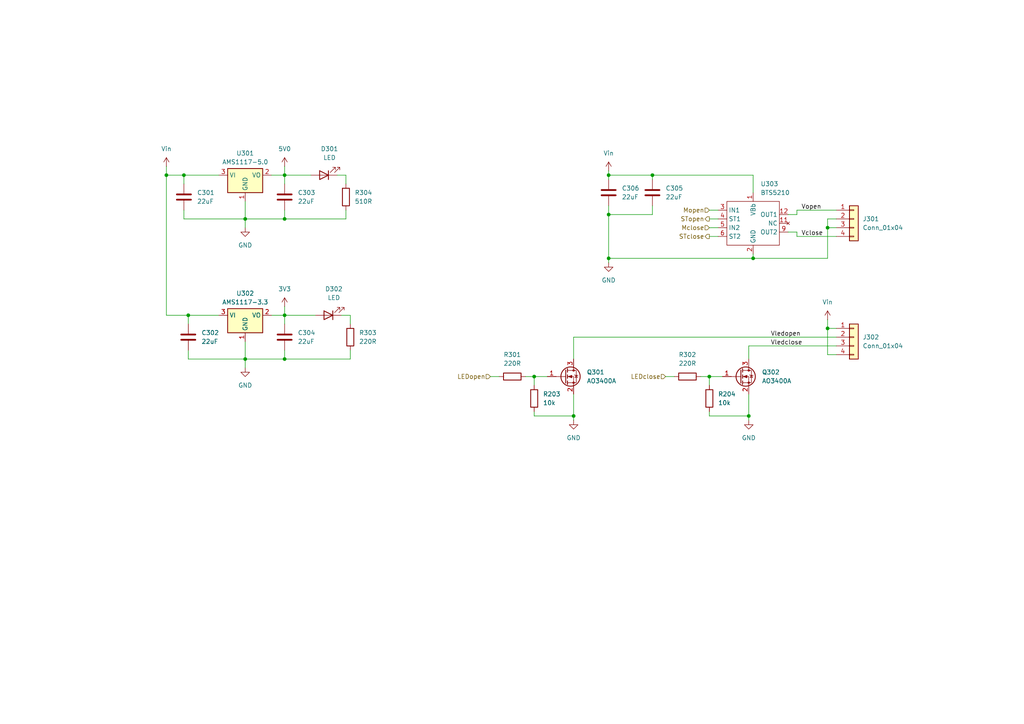
<source format=kicad_sch>
(kicad_sch (version 20250114) (generator "eeschema") (generator_version "9.0")
  (paper "A4")
  (lib_symbols
    (symbol "Connector_Generic:Conn_01x04" (pin_names (offset 1.016) (hide yes))
      (property "Reference" "J" (at 0 5.08 0))
      (property "Value" "Conn_01x04" (at 0 -7.62 0))
      (symbol "Conn_01x04_1_1"
        (rectangle (start -1.27 3.81) (end 1.27 -6.35) (stroke (width 0.254)) (fill (type background)))
        (rectangle (start -1.27 2.667) (end 0 2.413) (stroke (width 0.1524)))
        (rectangle (start -1.27 0.127) (end 0 -0.127) (stroke (width 0.1524)))
        (rectangle (start -1.27 -2.413) (end 0 -2.667) (stroke (width 0.1524)))
        (rectangle (start -1.27 -4.953) (end 0 -5.207) (stroke (width 0.1524)))
        (pin passive line (at -5.08 2.54 0) (length 3.81) (name "Pin_1") (number "1"))
        (pin passive line (at -5.08 0 0) (length 3.81) (name "Pin_2") (number "2"))
        (pin passive line (at -5.08 -2.54 0) (length 3.81) (name "Pin_3") (number "3"))
        (pin passive line (at -5.08 -5.08 0) (length 3.81) (name "Pin_4") (number "4"))
      )
    )
    (symbol "Device:C" (pin_numbers (hide yes)) (pin_names (offset 0.254))
      (property "Reference" "C" (at 0.635 2.54 0))
      (property "Value" "C" (at 0.635 -2.54 0))
      (symbol "C_0_1"
        (polyline (pts (xy -2.032 0.762) (xy 2.032 0.762)) (stroke (width 0.508)))
        (polyline (pts (xy -2.032 -0.762) (xy 2.032 -0.762)) (stroke (width 0.508)))
      )
      (symbol "C_1_1"
        (pin passive line (at 0 3.81 270) (length 2.794) (name "~") (number "1"))
        (pin passive line (at 0 -3.81 90) (length 2.794) (name "~") (number "2"))
      )
    )
    (symbol "Device:LED" (pin_numbers (hide yes)) (pin_names (offset 1.016) (hide yes))
      (property "Reference" "D" (at 0 2.54 0))
      (property "Value" "LED" (at 0 -2.54 0))
      (symbol "LED_0_1"
        (polyline (pts (xy -3.048 -0.762) (xy -4.572 -2.286) (xy -3.81 -2.286) (xy -4.572 -2.286) (xy -4.572 -1.524)))
        (polyline (pts (xy -1.778 -0.762) (xy -3.302 -2.286) (xy -2.54 -2.286) (xy -3.302 -2.286) (xy -3.302 -1.524)))
        (polyline (pts (xy -1.27 0) (xy 1.27 0)))
        (polyline (pts (xy -1.27 -1.27) (xy -1.27 1.27)) (stroke (width 0.254)))
        (polyline (pts (xy 1.27 -1.27) (xy 1.27 1.27) (xy -1.27 0) (xy 1.27 -1.27)) (stroke (width 0.254)))
      )
      (symbol "LED_1_1"
        (pin passive line (at -3.81 0 0) (length 2.54) (name "K") (number "1"))
        (pin passive line (at 3.81 0 180) (length 2.54) (name "A") (number "2"))
      )
    )
    (symbol "Device:R" (pin_numbers (hide yes)) (pin_names (offset 0))
      (property "Reference" "R" (at 2.032 0 90))
      (property "Value" "R" (at 0 0 90))
      (symbol "R_0_1"
        (rectangle (start -1.016 -2.54) (end 1.016 2.54) (stroke (width 0.254)))
      )
      (symbol "R_1_1"
        (pin passive line (at 0 3.81 270) (length 1.27) (name "~") (number "1"))
        (pin passive line (at 0 -3.81 90) (length 1.27) (name "~") (number "2"))
      )
    )
    (symbol "Project:BTS5210"
      (property "Reference" "U" (at 1.27 7.62 0))
      (property "Value" "BTS5210" (at 0 0 0))
      (symbol "BTS5210_0_1"
        (rectangle (start -7.62 6.35) (end 7.62 -6.35))
      )
      (symbol "BTS5210_1_1"
        (pin input line (at -10.16 3.81 0) (length 2.54) (name "IN1") (number "3"))
        (pin output line (at -10.16 1.27 0) (length 2.54) (name "ST1") (number "4"))
        (pin input line (at -10.16 -1.27 0) (length 2.54) (name "IN2") (number "5"))
        (pin output line (at -10.16 -3.81 0) (length 2.54) (name "ST2") (number "6"))
        (pin power_in line (at 0 8.89 270) (length 2.54) (name "VBb") (number "1"))
        (pin power_in line (at 0 8.89 270) (length 2.54) (hide yes) (name "VBb") (number "14"))
        (pin power_in line (at 0 8.89 270) (length 2.54) (hide yes) (name "VBb") (number "7"))
        (pin power_in line (at 0 8.89 270) (length 2.54) (hide yes) (name "VBb") (number "8"))
        (pin power_in line (at 0 -8.89 90) (length 2.54) (name "GND") (number "2"))
        (pin power_out line (at 10.16 2.54 180) (length 2.54) (name "OUT1") (number "12"))
        (pin power_out line (at 10.16 2.54 180) (length 2.54) (hide yes) (name "OUT1") (number "13"))
        (pin no_connect line (at 10.16 0 180) (length 2.54) (name "NC") (number "11"))
        (pin power_out line (at 10.16 -2.54 180) (length 2.54) (hide yes) (name "OUT2") (number "10"))
        (pin power_out line (at 10.16 -2.54 180) (length 2.54) (name "OUT2") (number "9"))
      )
    )
    (symbol "Regulator_Linear:AMS1117-3.3"
      (property "Reference" "U" (at -3.81 3.175 0))
      (property "Value" "AMS1117-3.3" (at 0 3.175 0))
      (symbol "AMS1117-3.3_0_1"
        (rectangle (start -5.08 -5.08) (end 5.08 1.905) (stroke (width 0.254)) (fill (type background)))
      )
      (symbol "AMS1117-3.3_1_1"
        (pin power_in line (at -7.62 0 0) (length 2.54) (name "VI") (number "3"))
        (pin power_in line (at 0 -7.62 90) (length 2.54) (name "GND") (number "1"))
        (pin power_out line (at 7.62 0 180) (length 2.54) (name "VO") (number "2"))
      )
    )
    (symbol "Regulator_Linear:AMS1117-5.0"
      (property "Reference" "U" (at -3.81 3.175 0))
      (property "Value" "AMS1117-5.0" (at 0 3.175 0))
      (symbol "AMS1117-5.0_0_1"
        (rectangle (start -5.08 -5.08) (end 5.08 1.905) (stroke (width 0.254)) (fill (type background)))
      )
      (symbol "AMS1117-5.0_1_1"
        (pin power_in line (at -7.62 0 0) (length 2.54) (name "VI") (number "3"))
        (pin power_in line (at 0 -7.62 90) (length 2.54) (name "GND") (number "1"))
        (pin power_out line (at 7.62 0 180) (length 2.54) (name "VO") (number "2"))
      )
    )
    (symbol "Transistor_FET:AO3400A" (pin_names (hide yes))
      (property "Reference" "Q" (at 5.08 1.905 0))
      (property "Value" "AO3400A" (at 5.08 0 0))
      (symbol "AO3400A_0_1"
        (polyline (pts (xy 0.254 1.905) (xy 0.254 -1.905)) (stroke (width 0.254)))
        (polyline (pts (xy 0.254 0) (xy -2.54 0)))
        (polyline (pts (xy 0.762 2.286) (xy 0.762 1.27)) (stroke (width 0.254)))
        (polyline (pts (xy 0.762 0.508) (xy 0.762 -0.508)) (stroke (width 0.254)))
        (polyline (pts (xy 0.762 -1.27) (xy 0.762 -2.286)) (stroke (width 0.254)))
        (polyline (pts (xy 0.762 -1.778) (xy 3.302 -1.778) (xy 3.302 1.778) (xy 0.762 1.778)))
        (polyline (pts (xy 1.016 0) (xy 2.032 0.381) (xy 2.032 -0.381) (xy 1.016 0)) (fill (type outline)))
        (circle (center 1.651 0) (radius 2.794) (stroke (width 0.254)))
        (polyline (pts (xy 2.54 2.54) (xy 2.54 1.778)))
        (circle (center 2.54 1.778) (radius 0.254) (fill (type outline)))
        (circle (center 2.54 -1.778) (radius 0.254) (fill (type outline)))
        (polyline (pts (xy 2.54 -2.54) (xy 2.54 0) (xy 0.762 0)))
        (polyline (pts (xy 2.794 0.508) (xy 2.921 0.381) (xy 3.683 0.381) (xy 3.81 0.254)))
        (polyline (pts (xy 3.302 0.381) (xy 2.921 -0.254) (xy 3.683 -0.254) (xy 3.302 0.381)))
      )
      (symbol "AO3400A_1_1"
        (pin input line (at -5.08 0 0) (length 2.54) (name "G") (number "1"))
        (pin passive line (at 2.54 5.08 270) (length 2.54) (name "D") (number "3"))
        (pin passive line (at 2.54 -5.08 90) (length 2.54) (name "S") (number "2"))
      )
    )
    (symbol "power:+5C" (power) (pin_numbers (hide yes)) (pin_names (offset 0) (hide yes))
      (property "Value" "+5C" (at 0 3.556 0))
      (symbol "+5C_0_1"
        (polyline (pts (xy -0.762 1.27) (xy 0 2.54)))
        (polyline (pts (xy 0 2.54) (xy 0.762 1.27)))
        (polyline (pts (xy 0 0) (xy 0 2.54)))
      )
      (symbol "+5C_1_1"
        (pin power_in line (at 0 0 90) (length 0) (name "~") (number "1"))
      )
    )
    (symbol "power:GND" (power) (pin_numbers (hide yes)) (pin_names (offset 0) (hide yes))
      (property "Value" "GND" (at 0 -3.81 0))
      (symbol "GND_0_1"
        (polyline (pts (xy 0 0) (xy 0 -1.27) (xy 1.27 -1.27) (xy 0 -2.54) (xy -1.27 -1.27) (xy 0 -1.27)))
      )
      (symbol "GND_1_1"
        (pin power_in line (at 0 0 270) (length 0) (name "~") (number "1"))
      )
    )
    (symbol "power:VDD" (power) (pin_numbers (hide yes)) (pin_names (offset 0) (hide yes))
      (property "Value" "VDD" (at 0 3.556 0))
      (symbol "VDD_0_1"
        (polyline (pts (xy -0.762 1.27) (xy 0 2.54)))
        (polyline (pts (xy 0 2.54) (xy 0.762 1.27)))
        (polyline (pts (xy 0 0) (xy 0 2.54)))
      )
      (symbol "VDD_1_1"
        (pin power_in line (at 0 0 90) (length 0) (name "~") (number "1"))
      )
    )
  )
  (junction (at 48.26 50.8))
  (junction (at 176.53 74.93))
  (junction (at 82.55 50.8))
  (junction (at 240.03 66.04))
  (junction (at 53.34 50.8))
  (junction (at 54.61 91.44))
  (junction (at 176.53 62.23))
  (junction (at 82.55 63.5))
  (junction (at 205.74 109.22))
  (junction (at 218.44 74.93))
  (junction (at 166.37 120.65))
  (junction (at 82.55 91.44))
  (junction (at 189.23 50.8))
  (junction (at 154.94 109.22))
  (junction (at 71.12 104.14))
  (junction (at 82.55 104.14))
  (junction (at 71.12 63.5))
  (junction (at 176.53 50.8))
  (junction (at 240.03 95.25))
  (junction (at 217.17 120.65))
  (wire (pts (xy 152.4 109.22) (xy 154.94 109.22)))
  (wire (pts (xy 218.44 73.66) (xy 218.44 74.93)))
  (wire (pts (xy 240.03 74.93) (xy 218.44 74.93)))
  (wire (pts (xy 189.23 59.69) (xy 189.23 62.23)))
  (wire (pts (xy 100.33 50.8) (xy 100.33 53.34)))
  (wire (pts (xy 154.94 109.22) (xy 158.75 109.22)))
  (wire (pts (xy 218.44 55.88) (xy 218.44 50.8)))
  (wire (pts (xy 231.14 68.58) (xy 242.57 68.58)))
  (wire (pts (xy 203.2 109.22) (xy 205.74 109.22)))
  (wire (pts (xy 240.03 66.04) (xy 242.57 66.04)))
  (wire (pts (xy 189.23 62.23) (xy 176.53 62.23)))
  (wire (pts (xy 53.34 60.96) (xy 53.34 63.5)))
  (wire (pts (xy 53.34 50.8) (xy 63.5 50.8)))
  (wire (pts (xy 166.37 97.79) (xy 242.57 97.79)))
  (wire (pts (xy 205.74 120.65) (xy 217.17 120.65)))
  (wire (pts (xy 176.53 59.69) (xy 176.53 62.23)))
  (wire (pts (xy 193.04 109.22) (xy 195.58 109.22)))
  (wire (pts (xy 189.23 52.07) (xy 189.23 50.8)))
  (wire (pts (xy 71.12 63.5) (xy 71.12 66.04)))
  (wire (pts (xy 166.37 104.14) (xy 166.37 97.79)))
  (wire (pts (xy 154.94 119.38) (xy 154.94 120.65)))
  (wire (pts (xy 48.26 91.44) (xy 54.61 91.44)))
  (wire (pts (xy 242.57 102.87) (xy 240.03 102.87)))
  (wire (pts (xy 176.53 50.8) (xy 176.53 52.07)))
  (wire (pts (xy 71.12 63.5) (xy 82.55 63.5)))
  (wire (pts (xy 240.03 102.87) (xy 240.03 95.25)))
  (wire (pts (xy 240.03 92.71) (xy 240.03 95.25)))
  (wire (pts (xy 71.12 99.06) (xy 71.12 104.14)))
  (wire (pts (xy 100.33 60.96) (xy 100.33 63.5)))
  (wire (pts (xy 82.55 91.44) (xy 82.55 93.98)))
  (wire (pts (xy 82.55 50.8) (xy 90.17 50.8)))
  (wire (pts (xy 48.26 50.8) (xy 53.34 50.8)))
  (wire (pts (xy 71.12 104.14) (xy 82.55 104.14)))
  (wire (pts (xy 54.61 91.44) (xy 54.61 93.98)))
  (wire (pts (xy 217.17 120.65) (xy 217.17 121.92)))
  (wire (pts (xy 100.33 63.5) (xy 82.55 63.5)))
  (wire (pts (xy 228.6 62.23) (xy 231.14 62.23)))
  (wire (pts (xy 205.74 109.22) (xy 205.74 111.76)))
  (wire (pts (xy 240.03 95.25) (xy 242.57 95.25)))
  (wire (pts (xy 217.17 114.3) (xy 217.17 120.65)))
  (wire (pts (xy 82.55 91.44) (xy 91.44 91.44)))
  (wire (pts (xy 228.6 67.31) (xy 231.14 67.31)))
  (wire (pts (xy 205.74 68.58) (xy 208.28 68.58)))
  (wire (pts (xy 142.24 109.22) (xy 144.78 109.22)))
  (wire (pts (xy 205.74 60.96) (xy 208.28 60.96)))
  (wire (pts (xy 166.37 120.65) (xy 166.37 121.92)))
  (wire (pts (xy 78.74 50.8) (xy 82.55 50.8)))
  (wire (pts (xy 53.34 53.34) (xy 53.34 50.8)))
  (wire (pts (xy 176.53 74.93) (xy 176.53 76.2)))
  (wire (pts (xy 97.79 50.8) (xy 100.33 50.8)))
  (wire (pts (xy 154.94 109.22) (xy 154.94 111.76)))
  (wire (pts (xy 48.26 50.8) (xy 48.26 91.44)))
  (wire (pts (xy 240.03 63.5) (xy 240.03 66.04)))
  (wire (pts (xy 231.14 67.31) (xy 231.14 68.58)))
  (wire (pts (xy 82.55 104.14) (xy 82.55 101.6)))
  (wire (pts (xy 99.06 91.44) (xy 101.6 91.44)))
  (wire (pts (xy 231.14 62.23) (xy 231.14 60.96)))
  (wire (pts (xy 101.6 104.14) (xy 82.55 104.14)))
  (wire (pts (xy 82.55 50.8) (xy 82.55 53.34)))
  (wire (pts (xy 82.55 88.9) (xy 82.55 91.44)))
  (wire (pts (xy 53.34 63.5) (xy 71.12 63.5)))
  (wire (pts (xy 71.12 58.42) (xy 71.12 63.5)))
  (wire (pts (xy 205.74 66.04) (xy 208.28 66.04)))
  (wire (pts (xy 101.6 101.6) (xy 101.6 104.14)))
  (wire (pts (xy 217.17 104.14) (xy 217.17 100.33)))
  (wire (pts (xy 154.94 120.65) (xy 166.37 120.65)))
  (wire (pts (xy 166.37 114.3) (xy 166.37 120.65)))
  (wire (pts (xy 82.55 63.5) (xy 82.55 60.96)))
  (wire (pts (xy 82.55 48.26) (xy 82.55 50.8)))
  (wire (pts (xy 189.23 50.8) (xy 176.53 50.8)))
  (wire (pts (xy 48.26 48.26) (xy 48.26 50.8)))
  (wire (pts (xy 205.74 109.22) (xy 209.55 109.22)))
  (wire (pts (xy 54.61 101.6) (xy 54.61 104.14)))
  (wire (pts (xy 240.03 66.04) (xy 240.03 74.93)))
  (wire (pts (xy 54.61 104.14) (xy 71.12 104.14)))
  (wire (pts (xy 242.57 63.5) (xy 240.03 63.5)))
  (wire (pts (xy 218.44 74.93) (xy 176.53 74.93)))
  (wire (pts (xy 231.14 60.96) (xy 242.57 60.96)))
  (wire (pts (xy 176.53 49.53) (xy 176.53 50.8)))
  (wire (pts (xy 217.17 100.33) (xy 242.57 100.33)))
  (wire (pts (xy 205.74 119.38) (xy 205.74 120.65)))
  (wire (pts (xy 205.74 63.5) (xy 208.28 63.5)))
  (wire (pts (xy 78.74 91.44) (xy 82.55 91.44)))
  (wire (pts (xy 63.5 91.44) (xy 54.61 91.44)))
  (wire (pts (xy 176.53 62.23) (xy 176.53 74.93)))
  (wire (pts (xy 218.44 50.8) (xy 189.23 50.8)))
  (wire (pts (xy 71.12 104.14) (xy 71.12 106.68)))
  (wire (pts (xy 101.6 91.44) (xy 101.6 93.98)))
  (label "Vledopen" (at 223.52 97.79 0))
  (label "Vopen" (at 232.41 60.96 0))
  (label "Vclose" (at 232.41 68.58 0))
  (label "Vledclose" (at 223.52 100.33 0))
  (hierarchical_label "STclose" (shape output) (at 205.74 68.58 180))
  (hierarchical_label "Mclose" (shape input) (at 205.74 66.04 180))
  (hierarchical_label "LEDopen" (shape input) (at 142.24 109.22 180))
  (hierarchical_label "Mopen" (shape input) (at 205.74 60.96 180))
  (hierarchical_label "STopen" (shape output) (at 205.74 63.5 180))
  (hierarchical_label "LEDclose" (shape input) (at 193.04 109.22 180))
  (symbol (lib_id "Device:C") (at 53.34 57.15 0) (unit 1)
    (property "Reference" "C301" (at 57.15 55.8799 0) (effects (justify left)))
    (property "Value" "22uF" (at 57.15 58.4199 0) (effects (justify left)))
    (property "Footprint" "Capacitor_SMD:C_0805_2012Metric" (effects (hide yes)))
    (property "Description" "Unpolarized capacitor" (effects (hide yes)))
    (property "LCSC" "C45783" (effects (hide yes)))
  )
  (symbol (lib_id "Device:R") (at 101.6 97.79 180) (unit 1)
    (property "Reference" "R303" (at 104.14 96.5199 0) (effects (justify right)))
    (property "Value" "220R" (at 104.14 99.0599 0) (effects (justify right)))
    (property "Footprint" "Resistor_SMD:R_0402_1005Metric" (effects (hide yes)))
    (property "Description" "Resistor" (effects (hide yes)))
    (property "LCSC" "C25091" (effects (hide yes)))
  )
  (symbol (lib_id "Device:R") (at 205.74 115.57 0) (unit 1)
    (property "Reference" "R204" (at 208.28 114.2999 0) (effects (justify left)))
    (property "Value" "10k" (at 208.28 116.8399 0) (effects (justify left)))
    (property "Footprint" "Resistor_SMD:R_0402_1005Metric" (effects (hide yes)))
    (property "Description" "Resistor" (effects (hide yes)))
  )
  (symbol (lib_id "Device:R") (at 154.94 115.57 0) (unit 1)
    (property "Reference" "R203" (at 157.48 114.2999 0) (effects (justify left)))
    (property "Value" "10k" (at 157.48 116.8399 0) (effects (justify left)))
    (property "Footprint" "Resistor_SMD:R_0402_1005Metric" (effects (hide yes)))
    (property "Description" "Resistor" (effects (hide yes)))
  )
  (symbol (lib_id "Connector_Generic:Conn_01x04") (at 247.65 97.79 0) (unit 1)
    (property "Reference" "J302" (at 250.19 97.7899 0) (effects (justify left)))
    (property "Value" "Conn_01x04" (at 250.19 100.3299 0) (effects (justify left)))
    (property "Footprint" "Connector_JST:JST_PH_B4B-PH-K_1x04_P2.00mm_Vertical" (effects (hide yes)))
    (property "Description" "Generic connector, single row, 01x04, script generated (kicad-library-utils/schlib/autogen/connector/)" (effects (hide yes)))
  )
  (symbol (lib_id "power:GND") (at 166.37 121.92 0) (unit 1)
    (property "Reference" "#PWR0308" (effects (hide yes)))
    (property "Value" "GND" (at 166.37 127 0))
    (property "Description" "Power symbol creates a global label with name \"GND\" , ground" (effects (hide yes)))
  )
  (symbol (lib_id "Project:BTS5210") (at 218.44 64.77 0) (unit 1)
    (property "Reference" "U303" (at 220.5833 53.34 0) (effects (justify left)))
    (property "Value" "BTS5210" (at 220.5833 55.88 0) (effects (justify left)))
    (property "Footprint" "Package_SO:SOIC-14_3.9x8.7mm_P1.27mm" (effects (hide yes)))
  )
  (symbol (lib_id "Device:C") (at 82.55 57.15 0) (unit 1)
    (property "Reference" "C303" (at 86.36 55.8799 0) (effects (justify left)))
    (property "Value" "22uF" (at 86.36 58.4199 0) (effects (justify left)))
    (property "Footprint" "Capacitor_SMD:C_0805_2012Metric" (effects (hide yes)))
    (property "Description" "Unpolarized capacitor" (effects (hide yes)))
    (property "LCSC" "C45783" (effects (hide yes)))
  )
  (symbol (lib_id "power:GND") (at 217.17 121.92 0) (unit 1)
    (property "Reference" "#PWR0310" (effects (hide yes)))
    (property "Value" "GND" (at 217.17 127 0))
    (property "Description" "Power symbol creates a global label with name \"GND\" , ground" (effects (hide yes)))
  )
  (symbol (lib_id "Regulator_Linear:AMS1117-3.3") (at 71.12 91.44 0) (unit 1)
    (property "Reference" "U302" (at 71.12 85.09 0))
    (property "Value" "AMS1117-3.3" (at 71.12 87.63 0))
    (property "Footprint" "Package_TO_SOT_SMD:SOT-223-3_TabPin2" (effects (hide yes)))
    (property "Datasheet" "http://www.advanced-monolithic.com/pdf/ds1117.pdf" (effects (hide yes)))
    (property "Description" "1A Low Dropout regulator, positive, 3.3V fixed output, SOT-223" (effects (hide yes)))
    (property "LCSC" "C6186" (effects (hide yes)))
  )
  (symbol (lib_id "Device:R") (at 100.33 57.15 180) (unit 1)
    (property "Reference" "R304" (at 102.87 55.8799 0) (effects (justify right)))
    (property "Value" "510R" (at 102.87 58.4199 0) (effects (justify right)))
    (property "Footprint" "Resistor_SMD:R_0402_1005Metric" (effects (hide yes)))
    (property "Description" "Resistor" (effects (hide yes)))
    (property "LCSC" "C25123" (effects (hide yes)))
  )
  (symbol (lib_id "power:VDD") (at 82.55 88.9 0) (unit 1)
    (property "Reference" "#PWR0305" (effects (hide yes)))
    (property "Value" "3V3" (at 82.55 83.82 0))
    (property "Description" "Power symbol creates a global label with name \"VDD\"" (effects (hide yes)))
  )
  (symbol (lib_id "power:GND") (at 71.12 66.04 0) (unit 1)
    (property "Reference" "#PWR0302" (effects (hide yes)))
    (property "Value" "GND" (at 71.12 71.12 0))
    (property "Description" "Power symbol creates a global label with name \"GND\" , ground" (effects (hide yes)))
  )
  (symbol (lib_id "power:+5C") (at 82.55 48.26 0) (unit 1)
    (property "Reference" "#PWR0304" (effects (hide yes)))
    (property "Value" "5V0" (at 82.55 43.18 0))
    (property "Description" "Power symbol creates a global label with name \"+5C\"" (effects (hide yes)))
  )
  (symbol (lib_id "power:VDD") (at 176.53 49.53 0) (unit 1)
    (property "Reference" "#PWR0306" (effects (hide yes)))
    (property "Value" "Vin" (at 176.53 44.45 0))
    (property "Description" "Power symbol creates a global label with name \"VDD\"" (effects (hide yes)))
  )
  (symbol (lib_id "power:VDD") (at 48.26 48.26 0) (unit 1)
    (property "Reference" "#PWR0301" (effects (hide yes)))
    (property "Value" "Vin" (at 48.26 43.18 0))
    (property "Description" "Power symbol creates a global label with name \"VDD\"" (effects (hide yes)))
  )
  (symbol (lib_id "Device:C") (at 189.23 55.88 0) (unit 1)
    (property "Reference" "C305" (at 193.04 54.6099 0) (effects (justify left)))
    (property "Value" "22uF" (at 193.04 57.1499 0) (effects (justify left)))
    (property "Footprint" "Capacitor_SMD:C_0805_2012Metric" (effects (hide yes)))
    (property "Description" "Unpolarized capacitor" (effects (hide yes)))
    (property "LCSC" "C45783" (effects (hide yes)))
  )
  (symbol (lib_id "power:GND") (at 176.53 76.2 0) (unit 1)
    (property "Reference" "#PWR0307" (effects (hide yes)))
    (property "Value" "GND" (at 176.53 81.28 0))
    (property "Description" "Power symbol creates a global label with name \"GND\" , ground" (effects (hide yes)))
  )
  (symbol (lib_id "Regulator_Linear:AMS1117-5.0") (at 71.12 50.8 0) (unit 1)
    (property "Reference" "U301" (at 71.12 44.45 0))
    (property "Value" "AMS1117-5.0" (at 71.12 46.99 0))
    (property "Footprint" "Package_TO_SOT_SMD:SOT-223-3_TabPin2" (effects (hide yes)))
    (property "Datasheet" "http://www.advanced-monolithic.com/pdf/ds1117.pdf" (effects (hide yes)))
    (property "Description" "1A Low Dropout regulator, positive, 5.0V fixed output, SOT-223" (effects (hide yes)))
    (property "LCSC" "C6187" (effects (hide yes)))
  )
  (symbol (lib_id "Transistor_FET:AO3400A") (at 163.83 109.22 0) (unit 1)
    (property "Reference" "Q301" (at 170.18 107.9499 0) (effects (justify left)))
    (property "Value" "AO3400A" (at 170.18 110.4899 0) (effects (justify left)))
    (property "Footprint" "Package_TO_SOT_SMD:SOT-23" (effects (hide yes)))
    (property "Datasheet" "http://www.aosmd.com/pdfs/datasheet/AO3400A.pdf" (effects (hide yes)))
    (property "Description" "30V Vds, 5.7A Id, N-Channel MOSFET, SOT-23" (effects (hide yes)))
  )
  (symbol (lib_id "Device:C") (at 176.53 55.88 0) (unit 1)
    (property "Reference" "C306" (at 180.34 54.6099 0) (effects (justify left)))
    (property "Value" "22uF" (at 180.34 57.1499 0) (effects (justify left)))
    (property "Footprint" "Capacitor_SMD:C_0805_2012Metric" (effects (hide yes)))
    (property "Description" "Unpolarized capacitor" (effects (hide yes)))
    (property "LCSC" "C45783" (effects (hide yes)))
  )
  (symbol (lib_id "power:GND") (at 71.12 106.68 0) (unit 1)
    (property "Reference" "#PWR0303" (effects (hide yes)))
    (property "Value" "GND" (at 71.12 111.76 0))
    (property "Description" "Power symbol creates a global label with name \"GND\" , ground" (effects (hide yes)))
  )
  (symbol (lib_id "Device:R") (at 148.59 109.22 90) (unit 1)
    (property "Reference" "R301" (at 148.59 102.87 90))
    (property "Value" "220R" (at 148.59 105.41 90))
    (property "Footprint" "Resistor_SMD:R_0402_1005Metric" (effects (hide yes)))
    (property "Description" "Resistor" (effects (hide yes)))
    (property "LCSC" "C25091" (effects (hide yes)))
  )
  (symbol (lib_id "Device:C") (at 82.55 97.79 0) (unit 1)
    (property "Reference" "C304" (at 86.36 96.5199 0) (effects (justify left)))
    (property "Value" "22uF" (at 86.36 99.0599 0) (effects (justify left)))
    (property "Footprint" "Capacitor_SMD:C_0805_2012Metric" (effects (hide yes)))
    (property "Description" "Unpolarized capacitor" (effects (hide yes)))
    (property "LCSC" "C45783" (effects (hide yes)))
  )
  (symbol (lib_id "Device:LED") (at 93.98 50.8 180) (unit 1)
    (property "Reference" "D301" (at 95.5675 43.18 0))
    (property "Value" "LED" (at 95.5675 45.72 0))
    (property "Footprint" "LED_SMD:LED_0603_1608Metric" (effects (hide yes)))
    (property "Description" "Light emitting diode" (effects (hide yes)))
    (property "Sim.Pins" "1=K 2=A" (effects (hide yes)))
    (property "LCSC" "C2286" (effects (hide yes)))
  )
  (symbol (lib_id "Transistor_FET:AO3400A") (at 214.63 109.22 0) (unit 1)
    (property "Reference" "Q302" (at 220.98 107.9499 0) (effects (justify left)))
    (property "Value" "AO3400A" (at 220.98 110.4899 0) (effects (justify left)))
    (property "Footprint" "Package_TO_SOT_SMD:SOT-23" (effects (hide yes)))
    (property "Datasheet" "http://www.aosmd.com/pdfs/datasheet/AO3400A.pdf" (effects (hide yes)))
    (property "Description" "30V Vds, 5.7A Id, N-Channel MOSFET, SOT-23" (effects (hide yes)))
  )
  (symbol (lib_id "power:VDD") (at 240.03 92.71 0) (unit 1)
    (property "Reference" "#PWR0309" (effects (hide yes)))
    (property "Value" "Vin" (at 240.03 87.63 0))
    (property "Description" "Power symbol creates a global label with name \"VDD\"" (effects (hide yes)))
  )
  (symbol (lib_id "Device:LED") (at 95.25 91.44 180) (unit 1)
    (property "Reference" "D302" (at 96.8375 83.82 0))
    (property "Value" "LED" (at 96.8375 86.36 0))
    (property "Footprint" "LED_SMD:LED_0603_1608Metric" (effects (hide yes)))
    (property "Description" "Light emitting diode" (effects (hide yes)))
    (property "Sim.Pins" "1=K 2=A" (effects (hide yes)))
    (property "LCSC" "C2286" (effects (hide yes)))
  )
  (symbol (lib_id "Device:C") (at 54.61 97.79 0) (unit 1)
    (property "Reference" "C302" (at 58.42 96.5199 0) (effects (justify left)))
    (property "Value" "22uF" (at 58.42 99.0599 0) (effects (justify left)))
    (property "Footprint" "Capacitor_SMD:C_0805_2012Metric" (effects (hide yes)))
    (property "Description" "Unpolarized capacitor" (effects (hide yes)))
    (property "LCSC" "C45783" (effects (hide yes)))
  )
  (symbol (lib_id "Connector_Generic:Conn_01x04") (at 247.65 63.5 0) (unit 1)
    (property "Reference" "J301" (at 250.19 63.4999 0) (effects (justify left)))
    (property "Value" "Conn_01x04" (at 250.19 66.0399 0) (effects (justify left)))
    (property "Footprint" "Connector_JST:JST_PH_B4B-PH-K_1x04_P2.00mm_Vertical" (effects (hide yes)))
    (property "Description" "Generic connector, single row, 01x04, script generated (kicad-library-utils/schlib/autogen/connector/)" (effects (hide yes)))
  )
  (symbol (lib_id "Device:R") (at 199.39 109.22 90) (unit 1)
    (property "Reference" "R302" (at 199.39 102.87 90))
    (property "Value" "220R" (at 199.39 105.41 90))
    (property "Footprint" "Resistor_SMD:R_0402_1005Metric" (effects (hide yes)))
    (property "Description" "Resistor" (effects (hide yes)))
    (property "LCSC" "C25091" (effects (hide yes)))
  )
)
</source>
